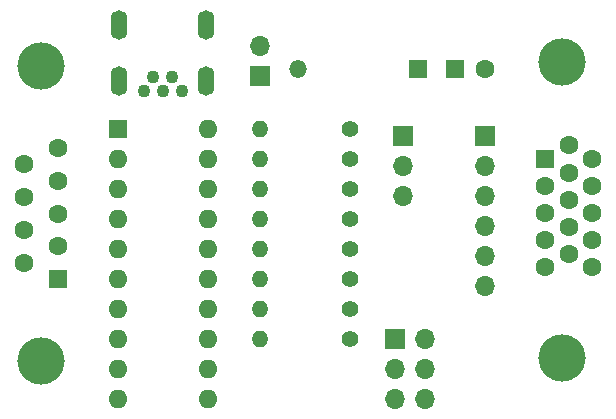
<source format=gbr>
%TF.GenerationSoftware,KiCad,Pcbnew,5.1.7*%
%TF.CreationDate,2020-11-23T19:28:01+01:00*%
%TF.ProjectId,mce-adapter,6d63652d-6164-4617-9074-65722e6b6963,0.7*%
%TF.SameCoordinates,Original*%
%TF.FileFunction,Soldermask,Top*%
%TF.FilePolarity,Negative*%
%FSLAX46Y46*%
G04 Gerber Fmt 4.6, Leading zero omitted, Abs format (unit mm)*
G04 Created by KiCad (PCBNEW 5.1.7) date 2020-11-23 19:28:01*
%MOMM*%
%LPD*%
G01*
G04 APERTURE LIST*
%ADD10O,1.400000X2.500000*%
%ADD11C,1.100000*%
%ADD12C,4.000000*%
%ADD13C,1.600000*%
%ADD14R,1.600000X1.600000*%
%ADD15O,1.700000X1.700000*%
%ADD16R,1.700000X1.700000*%
%ADD17O,1.400000X1.400000*%
%ADD18C,1.400000*%
%ADD19O,1.500000X1.500000*%
%ADD20R,1.500000X1.500000*%
%ADD21O,1.600000X1.600000*%
G04 APERTURE END LIST*
D10*
%TO.C,PWR1*%
X126475000Y-86425000D03*
X133875000Y-86425000D03*
X133875000Y-91175000D03*
X126475000Y-91175000D03*
D11*
X129375000Y-90875000D03*
X130975000Y-90875000D03*
X131775000Y-92075000D03*
X128575000Y-92075000D03*
X130175000Y-92075000D03*
%TD*%
D12*
%TO.C,VIDEO_OUT1*%
X163980000Y-89605000D03*
X163980000Y-114605000D03*
D13*
X166520000Y-106950000D03*
X166520000Y-104660000D03*
X166520000Y-102370000D03*
X166520000Y-100080000D03*
X166520000Y-97790000D03*
X164540000Y-105805000D03*
X164540000Y-103515000D03*
X164540000Y-101225000D03*
X164540000Y-98935000D03*
X164540000Y-96645000D03*
X162560000Y-106950000D03*
X162560000Y-104660000D03*
X162560000Y-102370000D03*
X162560000Y-100080000D03*
D14*
X162560000Y-97790000D03*
%TD*%
D15*
%TO.C,JP1-3*%
X152400000Y-118110000D03*
X149860000Y-118110000D03*
X152400000Y-115570000D03*
X149860000Y-115570000D03*
X152400000Y-113030000D03*
D16*
X149860000Y-113030000D03*
%TD*%
D17*
%TO.C,R7*%
X138430000Y-97790000D03*
D18*
X146050000Y-97790000D03*
%TD*%
D19*
%TO.C,D1*%
X141605000Y-90170000D03*
D20*
X151765000Y-90170000D03*
%TD*%
D15*
%TO.C,JP4*%
X150495000Y-100965000D03*
X150495000Y-98425000D03*
D16*
X150495000Y-95885000D03*
%TD*%
D15*
%TO.C,PWR2*%
X138430000Y-88265000D03*
D16*
X138430000Y-90805000D03*
%TD*%
D13*
%TO.C,C1*%
X157440000Y-90170000D03*
D14*
X154940000Y-90170000D03*
%TD*%
D21*
%TO.C,U1*%
X133985000Y-95250000D03*
X126365000Y-118110000D03*
X133985000Y-97790000D03*
X126365000Y-115570000D03*
X133985000Y-100330000D03*
X126365000Y-113030000D03*
X133985000Y-102870000D03*
X126365000Y-110490000D03*
X133985000Y-105410000D03*
X126365000Y-107950000D03*
X133985000Y-107950000D03*
X126365000Y-105410000D03*
X133985000Y-110490000D03*
X126365000Y-102870000D03*
X133985000Y-113030000D03*
X126365000Y-100330000D03*
X133985000Y-115570000D03*
X126365000Y-97790000D03*
X133985000Y-118110000D03*
D14*
X126365000Y-95250000D03*
%TD*%
D12*
%TO.C,VIDEO_IN1*%
X119865000Y-114910000D03*
X119865000Y-89910000D03*
D13*
X118445000Y-98255000D03*
X118445000Y-101025000D03*
X118445000Y-103795000D03*
X118445000Y-106565000D03*
X121285000Y-96870000D03*
X121285000Y-99640000D03*
X121285000Y-102410000D03*
X121285000Y-105180000D03*
D14*
X121285000Y-107950000D03*
%TD*%
D17*
%TO.C,R6*%
X138430000Y-113030000D03*
D18*
X146050000Y-113030000D03*
%TD*%
D17*
%TO.C,R5*%
X138430000Y-107950000D03*
D18*
X146050000Y-107950000D03*
%TD*%
D17*
%TO.C,R4*%
X138430000Y-102870000D03*
D18*
X146050000Y-102870000D03*
%TD*%
D17*
%TO.C,R8*%
X138430000Y-95250000D03*
D18*
X146050000Y-95250000D03*
%TD*%
D17*
%TO.C,R3*%
X138430000Y-110490000D03*
D18*
X146050000Y-110490000D03*
%TD*%
D17*
%TO.C,R2*%
X138430000Y-105410000D03*
D18*
X146050000Y-105410000D03*
%TD*%
D17*
%TO.C,R1*%
X138430000Y-100330000D03*
D18*
X146050000Y-100330000D03*
%TD*%
D15*
%TO.C,H1*%
X157480000Y-108585000D03*
X157480000Y-106045000D03*
X157480000Y-103505000D03*
X157480000Y-100965000D03*
X157480000Y-98425000D03*
D16*
X157480000Y-95885000D03*
%TD*%
M02*

</source>
